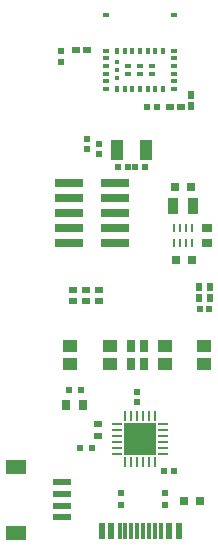
<source format=gbr>
%TF.GenerationSoftware,Altium Limited,Altium Designer,20.0.10 (225)*%
G04 Layer_Color=8421504*
%FSLAX26Y26*%
%MOIN*%
%TF.FileFunction,Paste,Top*%
%TF.Part,Single*%
G01*
G75*
%TA.AperFunction,SMDPad,CuDef*%
%ADD10R,0.030000X0.032000*%
%ADD11R,0.023622X0.021654*%
%ADD12R,0.023622X0.019685*%
%ADD14R,0.029528X0.031496*%
%ADD15R,0.031496X0.039370*%
%ADD16R,0.019685X0.023622*%
%ADD17R,0.025591X0.019685*%
%ADD18R,0.027559X0.019685*%
%ADD19R,0.021654X0.023622*%
%ADD20R,0.033465X0.055118*%
%ADD21R,0.019685X0.025591*%
%TA.AperFunction,ConnectorPad*%
%ADD22R,0.023622X0.057087*%
%ADD23R,0.011811X0.057087*%
%TA.AperFunction,SMDPad,CuDef*%
G04:AMPARAMS|DCode=24|XSize=23.622mil|YSize=9.842mil|CornerRadius=1.968mil|HoleSize=0mil|Usage=FLASHONLY|Rotation=90.000|XOffset=0mil|YOffset=0mil|HoleType=Round|Shape=RoundedRectangle|*
%AMROUNDEDRECTD24*
21,1,0.023622,0.005906,0,0,90.0*
21,1,0.019685,0.009842,0,0,90.0*
1,1,0.003937,0.002953,0.009842*
1,1,0.003937,0.002953,-0.009842*
1,1,0.003937,-0.002953,-0.009842*
1,1,0.003937,-0.002953,0.009842*
%
%ADD24ROUNDEDRECTD24*%
%ADD25R,0.035433X0.031496*%
%ADD26R,0.024000X0.022000*%
%ADD27R,0.010236X0.031890*%
%ADD28R,0.031890X0.010236*%
%ADD29R,0.105512X0.105512*%
%ADD30R,0.022000X0.024000*%
%TA.AperFunction,ConnectorPad*%
%ADD31R,0.023622X0.011811*%
%TA.AperFunction,SMDPad,CuDef*%
%ADD32R,0.011811X0.011811*%
%TA.AperFunction,ConnectorPad*%
%ADD33R,0.011811X0.023622*%
%TA.AperFunction,SMDPad,CuDef*%
%ADD34R,0.045276X0.041339*%
%ADD35R,0.039370X0.070866*%
%ADD36R,0.019685X0.027559*%
%ADD37R,0.070866X0.047244*%
%ADD38R,0.061024X0.023622*%
%ADD39R,0.094488X0.029921*%
G36*
X622290Y708593D02*
Y746425D01*
X660081D01*
Y708593D01*
X622290D01*
D02*
G37*
G36*
Y756669D02*
Y794457D01*
X660078D01*
Y756669D01*
X622290D01*
D02*
G37*
G36*
X670322Y708556D02*
Y746425D01*
X708191D01*
Y708556D01*
X670322D01*
D02*
G37*
G36*
Y756663D02*
Y794457D01*
X708130D01*
Y756663D01*
X670322D01*
D02*
G37*
D10*
X419547Y866913D02*
D03*
X474547D02*
D03*
D11*
X427362Y914253D02*
D03*
X466732D02*
D03*
D12*
X464378Y722016D02*
D03*
X503748D02*
D03*
D14*
X865953Y545173D02*
D03*
X812804D02*
D03*
X834457Y1591088D02*
D03*
X781308D02*
D03*
X785245Y1350025D02*
D03*
X838394D02*
D03*
D15*
X635075Y1001968D02*
D03*
X678382D02*
D03*
X635075Y1061024D02*
D03*
X678382D02*
D03*
D16*
X401575Y2047244D02*
D03*
Y2007874D02*
D03*
D17*
X488284Y2049212D02*
D03*
X450882D02*
D03*
X802165Y1860236D02*
D03*
X764764D02*
D03*
D18*
X523622Y761386D02*
D03*
Y800756D02*
D03*
X440158Y1210803D02*
D03*
Y1250173D02*
D03*
X484063Y1210803D02*
D03*
Y1250173D02*
D03*
X527968Y1210803D02*
D03*
Y1250173D02*
D03*
D19*
X748028Y533465D02*
D03*
Y572835D02*
D03*
X602126Y531516D02*
D03*
Y570886D02*
D03*
D20*
X842331Y1530559D02*
D03*
X773433D02*
D03*
D21*
X836614Y1898622D02*
D03*
Y1861220D02*
D03*
D22*
X793701Y446654D02*
D03*
X762205D02*
D03*
X569291D02*
D03*
X537795D02*
D03*
D23*
X655905D02*
D03*
X636221D02*
D03*
X616535D02*
D03*
X596850D02*
D03*
X734646D02*
D03*
X714961D02*
D03*
X695276D02*
D03*
X675591D02*
D03*
D24*
X778354Y1455501D02*
D03*
X798040D02*
D03*
X817724D02*
D03*
X837410D02*
D03*
Y1404321D02*
D03*
X817724D02*
D03*
X798040D02*
D03*
X778354D02*
D03*
D25*
X888981Y1455501D02*
D03*
Y1404320D02*
D03*
D26*
X655905Y909216D02*
D03*
Y876216D02*
D03*
X488736Y1753544D02*
D03*
Y1720544D02*
D03*
X527559Y1703775D02*
D03*
Y1736775D02*
D03*
D27*
X615991Y674575D02*
D03*
X635676D02*
D03*
X655361D02*
D03*
X675046D02*
D03*
X694731D02*
D03*
X714416D02*
D03*
Y828512D02*
D03*
X694731D02*
D03*
X675046D02*
D03*
X655361D02*
D03*
X635676D02*
D03*
X615991D02*
D03*
D28*
X742172Y702331D02*
D03*
Y722016D02*
D03*
Y741701D02*
D03*
Y761386D02*
D03*
Y781071D02*
D03*
Y800756D02*
D03*
X588235D02*
D03*
Y781071D02*
D03*
Y761386D02*
D03*
Y741701D02*
D03*
Y722016D02*
D03*
Y702331D02*
D03*
D29*
X665204Y751543D02*
D03*
D30*
X778705Y645173D02*
D03*
X745705D02*
D03*
X721224Y1860236D02*
D03*
X688224D02*
D03*
X896418Y1187181D02*
D03*
X863418D02*
D03*
X592662Y1658071D02*
D03*
X625662D02*
D03*
X648855D02*
D03*
X681855D02*
D03*
D31*
X704725Y1970473D02*
D03*
X665355D02*
D03*
X625984D02*
D03*
X704725Y1996063D02*
D03*
X665355D02*
D03*
X625984D02*
D03*
X779528Y1919291D02*
D03*
Y1944882D02*
D03*
Y1970473D02*
D03*
Y1996063D02*
D03*
Y2021654D02*
D03*
X551181Y1919291D02*
D03*
Y1944882D02*
D03*
Y1970473D02*
D03*
Y1996063D02*
D03*
Y2021654D02*
D03*
X779528Y2047244D02*
D03*
Y2165354D02*
D03*
X551181Y2047244D02*
D03*
Y2165354D02*
D03*
D32*
X588583Y2007874D02*
D03*
Y1982284D02*
D03*
Y1956693D02*
D03*
D33*
X742126Y1920276D02*
D03*
X716536D02*
D03*
X690945D02*
D03*
X665355D02*
D03*
X639764D02*
D03*
X614173D02*
D03*
X588583D02*
D03*
X742126Y2047244D02*
D03*
X716536D02*
D03*
X690945D02*
D03*
X665355D02*
D03*
X639764D02*
D03*
X614173D02*
D03*
X588583D02*
D03*
D34*
X879918Y1061024D02*
D03*
Y1003940D02*
D03*
X748031Y1061024D02*
D03*
X748028Y1003937D02*
D03*
X433068D02*
D03*
X433071Y1061024D02*
D03*
X564957Y1003940D02*
D03*
Y1061024D02*
D03*
D35*
X686207Y1715390D02*
D03*
X587782D02*
D03*
D36*
X899603Y1222614D02*
D03*
X860233D02*
D03*
X860233Y1258047D02*
D03*
X899603D02*
D03*
D37*
X251197Y439882D02*
D03*
Y660354D02*
D03*
D38*
X403756Y609173D02*
D03*
Y569803D02*
D03*
Y530433D02*
D03*
Y491063D02*
D03*
D39*
X582677Y1606299D02*
D03*
Y1556299D02*
D03*
Y1506299D02*
D03*
Y1456299D02*
D03*
Y1406299D02*
D03*
X429134Y1606299D02*
D03*
Y1556299D02*
D03*
Y1506299D02*
D03*
Y1456299D02*
D03*
Y1406299D02*
D03*
%TF.MD5,aeec1177576b77537b5381b3c08d7b9c*%
M02*

</source>
